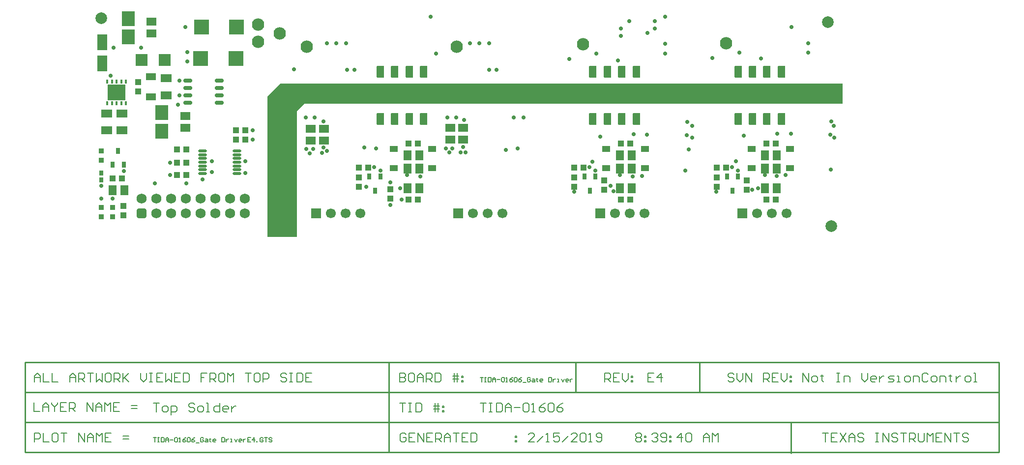
<source format=gts>
G04*
G04 #@! TF.GenerationSoftware,Altium Limited,Altium Designer,18.1.9 (240)*
G04*
G04 Layer_Color=8388736*
%FSAX25Y25*%
%MOIN*%
G70*
G01*
G75*
%ADD15C,0.00800*%
%ADD17C,0.00600*%
%ADD25C,0.01000*%
%ADD47R,0.06693X0.04724*%
G04:AMPARAMS|DCode=48|XSize=79.13mil|YSize=50mil|CornerRadius=4.04mil|HoleSize=0mil|Usage=FLASHONLY|Rotation=90.000|XOffset=0mil|YOffset=0mil|HoleType=Round|Shape=RoundedRectangle|*
%AMROUNDEDRECTD48*
21,1,0.07913,0.04192,0,0,90.0*
21,1,0.07105,0.05000,0,0,90.0*
1,1,0.00808,0.02096,0.03553*
1,1,0.00808,0.02096,-0.03553*
1,1,0.00808,-0.02096,-0.03553*
1,1,0.00808,-0.02096,0.03553*
%
%ADD48ROUNDEDRECTD48*%
%ADD49R,0.04331X0.04134*%
%ADD50R,0.04134X0.04331*%
%ADD51R,0.05394X0.06694*%
%ADD52R,0.06694X0.05394*%
%ADD53R,0.07677X0.05512*%
%ADD54R,0.10433X0.10039*%
%ADD55R,0.06693X0.10630*%
%ADD56O,0.06102X0.02756*%
%ADD57R,0.08858X0.10039*%
%ADD58O,0.01575X0.02756*%
%ADD59R,0.12205X0.10630*%
%ADD60C,0.07874*%
%ADD61O,0.05906X0.02165*%
%ADD62R,0.08268X0.08268*%
%ADD63R,0.05197X0.03996*%
G04:AMPARAMS|DCode=64|XSize=27.56mil|YSize=43.31mil|CornerRadius=7.87mil|HoleSize=0mil|Usage=FLASHONLY|Rotation=180.000|XOffset=0mil|YOffset=0mil|HoleType=Round|Shape=RoundedRectangle|*
%AMROUNDEDRECTD64*
21,1,0.02756,0.02756,0,0,180.0*
21,1,0.01181,0.04331,0,0,180.0*
1,1,0.01575,-0.00591,0.01378*
1,1,0.01575,0.00591,0.01378*
1,1,0.01575,0.00591,-0.01378*
1,1,0.01575,-0.00591,-0.01378*
%
%ADD64ROUNDEDRECTD64*%
%ADD65R,0.03543X0.03543*%
G04:AMPARAMS|DCode=66|XSize=27.56mil|YSize=43.31mil|CornerRadius=3.98mil|HoleSize=0mil|Usage=FLASHONLY|Rotation=0.000|XOffset=0mil|YOffset=0mil|HoleType=Round|Shape=RoundedRectangle|*
%AMROUNDEDRECTD66*
21,1,0.02756,0.03535,0,0,0.0*
21,1,0.01961,0.04331,0,0,0.0*
1,1,0.00795,0.00980,-0.01768*
1,1,0.00795,-0.00980,-0.01768*
1,1,0.00795,-0.00980,0.01768*
1,1,0.00795,0.00980,0.01768*
%
%ADD66ROUNDEDRECTD66*%
%ADD67R,0.02756X0.03543*%
%ADD68C,0.06890*%
G04:AMPARAMS|DCode=69|XSize=68.9mil|YSize=68.9mil|CornerRadius=18.21mil|HoleSize=0mil|Usage=FLASHONLY|Rotation=90.000|XOffset=0mil|YOffset=0mil|HoleType=Round|Shape=RoundedRectangle|*
%AMROUNDEDRECTD69*
21,1,0.06890,0.03248,0,0,90.0*
21,1,0.03248,0.06890,0,0,90.0*
1,1,0.03642,0.01624,0.01624*
1,1,0.03642,0.01624,-0.01624*
1,1,0.03642,-0.01624,-0.01624*
1,1,0.03642,-0.01624,0.01624*
%
%ADD69ROUNDEDRECTD69*%
%ADD70O,0.26000X0.03000*%
%ADD71C,0.06693*%
%ADD72R,0.06693X0.06693*%
%ADD73C,0.08394*%
%ADD74C,0.02794*%
%ADD75C,0.02362*%
G36*
X0204200Y0185900D02*
Y0259300D01*
Y0281211D01*
X0212989Y0290000D01*
X0269489Y0290000D01*
X0329789D01*
X0378489Y0290000D01*
X0594200D01*
X0594200Y0276500D01*
X0377700Y0276500D01*
X0332389Y0276500D01*
X0269289Y0276500D01*
X0229289Y0276500D01*
X0224200Y0271411D01*
Y0185900D01*
X0204200D01*
D02*
G37*
G54D15*
X0126900Y0073549D02*
X0130899D01*
X0128899D01*
Y0067551D01*
X0133898D02*
X0135897D01*
X0136897Y0068550D01*
Y0070550D01*
X0135897Y0071549D01*
X0133898D01*
X0132898Y0070550D01*
Y0068550D01*
X0133898Y0067551D01*
X0138896Y0065551D02*
Y0071549D01*
X0141895D01*
X0142895Y0070550D01*
Y0068550D01*
X0141895Y0067551D01*
X0138896D01*
X0154891Y0072549D02*
X0153891Y0073549D01*
X0151892D01*
X0150892Y0072549D01*
Y0071549D01*
X0151892Y0070550D01*
X0153891D01*
X0154891Y0069550D01*
Y0068550D01*
X0153891Y0067551D01*
X0151892D01*
X0150892Y0068550D01*
X0157890Y0067551D02*
X0159889D01*
X0160889Y0068550D01*
Y0070550D01*
X0159889Y0071549D01*
X0157890D01*
X0156890Y0070550D01*
Y0068550D01*
X0157890Y0067551D01*
X0162888D02*
X0164888D01*
X0163888D01*
Y0073549D01*
X0162888D01*
X0171885D02*
Y0067551D01*
X0168886D01*
X0167887Y0068550D01*
Y0070550D01*
X0168886Y0071549D01*
X0171885D01*
X0176884Y0067551D02*
X0174884D01*
X0173885Y0068550D01*
Y0070550D01*
X0174884Y0071549D01*
X0176884D01*
X0177884Y0070550D01*
Y0069550D01*
X0173885D01*
X0179883Y0071549D02*
Y0067551D01*
Y0069550D01*
X0180883Y0070550D01*
X0181882Y0071549D01*
X0182882D01*
X0126900Y0073549D02*
X0130899D01*
X0128899D01*
Y0067551D01*
X0133898D02*
X0135897D01*
X0136897Y0068550D01*
Y0070550D01*
X0135897Y0071549D01*
X0133898D01*
X0132898Y0070550D01*
Y0068550D01*
X0133898Y0067551D01*
X0138896Y0065551D02*
Y0071549D01*
X0141895D01*
X0142895Y0070550D01*
Y0068550D01*
X0141895Y0067551D01*
X0138896D01*
X0154891Y0072549D02*
X0153891Y0073549D01*
X0151892D01*
X0150892Y0072549D01*
Y0071549D01*
X0151892Y0070550D01*
X0153891D01*
X0154891Y0069550D01*
Y0068550D01*
X0153891Y0067551D01*
X0151892D01*
X0150892Y0068550D01*
X0157890Y0067551D02*
X0159889D01*
X0160889Y0068550D01*
Y0070550D01*
X0159889Y0071549D01*
X0157890D01*
X0156890Y0070550D01*
Y0068550D01*
X0157890Y0067551D01*
X0162888D02*
X0164888D01*
X0163888D01*
Y0073549D01*
X0162888D01*
X0171885D02*
Y0067551D01*
X0168886D01*
X0167887Y0068550D01*
Y0070550D01*
X0168886Y0071549D01*
X0171885D01*
X0176884Y0067551D02*
X0174884D01*
X0173885Y0068550D01*
Y0070550D01*
X0174884Y0071549D01*
X0176884D01*
X0177884Y0070550D01*
Y0069550D01*
X0173885D01*
X0179883Y0071549D02*
Y0067551D01*
Y0069550D01*
X0180883Y0070550D01*
X0181882Y0071549D01*
X0182882D01*
X0045850Y0073649D02*
Y0067651D01*
X0049849D01*
X0051848D02*
Y0071649D01*
X0053847Y0073649D01*
X0055847Y0071649D01*
Y0067651D01*
Y0070650D01*
X0051848D01*
X0057846Y0073649D02*
Y0072649D01*
X0059846Y0070650D01*
X0061845Y0072649D01*
Y0073649D01*
X0059846Y0070650D02*
Y0067651D01*
X0067843Y0073649D02*
X0063844D01*
Y0067651D01*
X0067843D01*
X0063844Y0070650D02*
X0065843D01*
X0069842Y0067651D02*
Y0073649D01*
X0072841D01*
X0073841Y0072649D01*
Y0070650D01*
X0072841Y0069650D01*
X0069842D01*
X0071842D02*
X0073841Y0067651D01*
X0081838D02*
Y0073649D01*
X0085837Y0067651D01*
Y0073649D01*
X0087836Y0067651D02*
Y0071649D01*
X0089836Y0073649D01*
X0091835Y0071649D01*
Y0067651D01*
Y0070650D01*
X0087836D01*
X0093835Y0067651D02*
Y0073649D01*
X0095834Y0071649D01*
X0097833Y0073649D01*
Y0067651D01*
X0103831Y0073649D02*
X0099832D01*
Y0067651D01*
X0103831D01*
X0099832Y0070650D02*
X0101832D01*
X0111829Y0069650D02*
X0115827D01*
X0111829Y0071649D02*
X0115827D01*
X0348550Y0073498D02*
X0352549D01*
X0350549D01*
Y0067500D01*
X0354548Y0073498D02*
X0356547D01*
X0355548D01*
Y0067500D01*
X0354548D01*
X0356547D01*
X0359546Y0073498D02*
Y0067500D01*
X0362545D01*
X0363545Y0068500D01*
Y0072498D01*
X0362545Y0073498D01*
X0359546D01*
X0365545Y0067500D02*
Y0071499D01*
X0367544Y0073498D01*
X0369543Y0071499D01*
Y0067500D01*
Y0070499D01*
X0365545D01*
X0371543D02*
X0375541D01*
X0377541Y0072498D02*
X0378540Y0073498D01*
X0380540D01*
X0381539Y0072498D01*
Y0068500D01*
X0380540Y0067500D01*
X0378540D01*
X0377541Y0068500D01*
Y0072498D01*
X0383539Y0067500D02*
X0385538D01*
X0384538D01*
Y0073498D01*
X0383539Y0072498D01*
X0392536Y0073498D02*
X0390536Y0072498D01*
X0388537Y0070499D01*
Y0068500D01*
X0389537Y0067500D01*
X0391536D01*
X0392536Y0068500D01*
Y0069499D01*
X0391536Y0070499D01*
X0388537D01*
X0394535Y0072498D02*
X0395535Y0073498D01*
X0397534D01*
X0398534Y0072498D01*
Y0068500D01*
X0397534Y0067500D01*
X0395535D01*
X0394535Y0068500D01*
Y0072498D01*
X0404532Y0073498D02*
X0402532Y0072498D01*
X0400533Y0070499D01*
Y0068500D01*
X0401533Y0067500D01*
X0403532D01*
X0404532Y0068500D01*
Y0069499D01*
X0403532Y0070499D01*
X0400533D01*
X0294000Y0073498D02*
X0297999D01*
X0295999D01*
Y0067500D01*
X0299998Y0073498D02*
X0301997D01*
X0300998D01*
Y0067500D01*
X0299998D01*
X0301997D01*
X0304996Y0073498D02*
Y0067500D01*
X0307996D01*
X0308995Y0068500D01*
Y0072498D01*
X0307996Y0073498D01*
X0304996D01*
X0317992Y0067500D02*
Y0073498D01*
X0319992D02*
Y0067500D01*
X0316993Y0071499D02*
X0319992D01*
X0320991D01*
X0316993Y0069499D02*
X0320991D01*
X0322991Y0071499D02*
X0323990D01*
Y0070499D01*
X0322991D01*
Y0071499D01*
Y0068500D02*
X0323990D01*
Y0067500D01*
X0322991D01*
Y0068500D01*
X0580500Y0052965D02*
X0584499D01*
X0582499D01*
Y0046966D01*
X0590497Y0052965D02*
X0586498D01*
Y0046966D01*
X0590497D01*
X0586498Y0049966D02*
X0588497D01*
X0592496Y0052965D02*
X0596495Y0046966D01*
Y0052965D02*
X0592496Y0046966D01*
X0598494D02*
Y0050965D01*
X0600493Y0052965D01*
X0602493Y0050965D01*
Y0046966D01*
Y0049966D01*
X0598494D01*
X0608491Y0051965D02*
X0607491Y0052965D01*
X0605492D01*
X0604492Y0051965D01*
Y0050965D01*
X0605492Y0049966D01*
X0607491D01*
X0608491Y0048966D01*
Y0047966D01*
X0607491Y0046966D01*
X0605492D01*
X0604492Y0047966D01*
X0616488Y0052965D02*
X0618488D01*
X0617488D01*
Y0046966D01*
X0616488D01*
X0618488D01*
X0621487D02*
Y0052965D01*
X0625486Y0046966D01*
Y0052965D01*
X0631484Y0051965D02*
X0630484Y0052965D01*
X0628484D01*
X0627485Y0051965D01*
Y0050965D01*
X0628484Y0049966D01*
X0630484D01*
X0631484Y0048966D01*
Y0047966D01*
X0630484Y0046966D01*
X0628484D01*
X0627485Y0047966D01*
X0633483Y0052965D02*
X0637482D01*
X0635482D01*
Y0046966D01*
X0639481D02*
Y0052965D01*
X0642480D01*
X0643480Y0051965D01*
Y0049966D01*
X0642480Y0048966D01*
X0639481D01*
X0641480D02*
X0643480Y0046966D01*
X0645479Y0052965D02*
Y0047966D01*
X0646479Y0046966D01*
X0648478D01*
X0649478Y0047966D01*
Y0052965D01*
X0651477Y0046966D02*
Y0052965D01*
X0653476Y0050965D01*
X0655476Y0052965D01*
Y0046966D01*
X0661474Y0052965D02*
X0657475D01*
Y0046966D01*
X0661474D01*
X0657475Y0049966D02*
X0659474D01*
X0663473Y0046966D02*
Y0052965D01*
X0667472Y0046966D01*
Y0052965D01*
X0669471D02*
X0673470D01*
X0671471D01*
Y0046966D01*
X0679468Y0051965D02*
X0678468Y0052965D01*
X0676469D01*
X0675469Y0051965D01*
Y0050965D01*
X0676469Y0049966D01*
X0678468D01*
X0679468Y0048966D01*
Y0047966D01*
X0678468Y0046966D01*
X0676469D01*
X0675469Y0047966D01*
X0454050Y0051965D02*
X0455050Y0052965D01*
X0457049D01*
X0458049Y0051965D01*
Y0050965D01*
X0457049Y0049966D01*
X0458049Y0048966D01*
Y0047966D01*
X0457049Y0046966D01*
X0455050D01*
X0454050Y0047966D01*
Y0048966D01*
X0455050Y0049966D01*
X0454050Y0050965D01*
Y0051965D01*
X0455050Y0049966D02*
X0457049D01*
X0460048Y0050965D02*
X0461048D01*
Y0049966D01*
X0460048D01*
Y0050965D01*
Y0047966D02*
X0461048D01*
Y0046966D01*
X0460048D01*
Y0047966D01*
X0465046Y0051965D02*
X0466046Y0052965D01*
X0468046D01*
X0469045Y0051965D01*
Y0050965D01*
X0468046Y0049966D01*
X0467046D01*
X0468046D01*
X0469045Y0048966D01*
Y0047966D01*
X0468046Y0046966D01*
X0466046D01*
X0465046Y0047966D01*
X0471044D02*
X0472044Y0046966D01*
X0474044D01*
X0475043Y0047966D01*
Y0051965D01*
X0474044Y0052965D01*
X0472044D01*
X0471044Y0051965D01*
Y0050965D01*
X0472044Y0049966D01*
X0475043D01*
X0477043Y0050965D02*
X0478042D01*
Y0049966D01*
X0477043D01*
Y0050965D01*
Y0047966D02*
X0478042D01*
Y0046966D01*
X0477043D01*
Y0047966D01*
X0485040Y0046966D02*
Y0052965D01*
X0482041Y0049966D01*
X0486040D01*
X0488039Y0051965D02*
X0489039Y0052965D01*
X0491038D01*
X0492038Y0051965D01*
Y0047966D01*
X0491038Y0046966D01*
X0489039D01*
X0488039Y0047966D01*
Y0051965D01*
X0500035Y0046966D02*
Y0050965D01*
X0502035Y0052965D01*
X0504034Y0050965D01*
Y0046966D01*
Y0049966D01*
X0500035D01*
X0506033Y0046966D02*
Y0052965D01*
X0508033Y0050965D01*
X0510032Y0052965D01*
Y0046966D01*
X0046350D02*
Y0052965D01*
X0049349D01*
X0050349Y0051965D01*
Y0049966D01*
X0049349Y0048966D01*
X0046350D01*
X0052348Y0052965D02*
Y0046966D01*
X0056347D01*
X0061345Y0052965D02*
X0059346D01*
X0058346Y0051965D01*
Y0047966D01*
X0059346Y0046966D01*
X0061345D01*
X0062345Y0047966D01*
Y0051965D01*
X0061345Y0052965D01*
X0064344D02*
X0068343D01*
X0066343D01*
Y0046966D01*
X0076340D02*
Y0052965D01*
X0080339Y0046966D01*
Y0052965D01*
X0082338Y0046966D02*
Y0050965D01*
X0084338Y0052965D01*
X0086337Y0050965D01*
Y0046966D01*
Y0049966D01*
X0082338D01*
X0088336Y0046966D02*
Y0052965D01*
X0090336Y0050965D01*
X0092335Y0052965D01*
Y0046966D01*
X0098333Y0052965D02*
X0094335D01*
Y0046966D01*
X0098333D01*
X0094335Y0049966D02*
X0096334D01*
X0106331Y0048966D02*
X0110329D01*
X0106331Y0050965D02*
X0110329D01*
X0294000Y0093831D02*
Y0087833D01*
X0296999D01*
X0297999Y0088833D01*
Y0089833D01*
X0296999Y0090832D01*
X0294000D01*
X0296999D01*
X0297999Y0091832D01*
Y0092832D01*
X0296999Y0093831D01*
X0294000D01*
X0302997D02*
X0300998D01*
X0299998Y0092832D01*
Y0088833D01*
X0300998Y0087833D01*
X0302997D01*
X0303997Y0088833D01*
Y0092832D01*
X0302997Y0093831D01*
X0305996Y0087833D02*
Y0091832D01*
X0307996Y0093831D01*
X0309995Y0091832D01*
Y0087833D01*
Y0090832D01*
X0305996D01*
X0311994Y0087833D02*
Y0093831D01*
X0314993D01*
X0315993Y0092832D01*
Y0090832D01*
X0314993Y0089833D01*
X0311994D01*
X0313994D02*
X0315993Y0087833D01*
X0317992Y0093831D02*
Y0087833D01*
X0320991D01*
X0321991Y0088833D01*
Y0092832D01*
X0320991Y0093831D01*
X0317992D01*
X0330988Y0087833D02*
Y0093831D01*
X0332987D02*
Y0087833D01*
X0329988Y0091832D02*
X0332987D01*
X0333987D01*
X0329988Y0089833D02*
X0333987D01*
X0335986Y0091832D02*
X0336986D01*
Y0090832D01*
X0335986D01*
Y0091832D01*
Y0088833D02*
X0336986D01*
Y0087833D01*
X0335986D01*
Y0088833D01*
X0466149Y0093831D02*
X0462150D01*
Y0087833D01*
X0466149D01*
X0462150Y0090832D02*
X0464149D01*
X0471147Y0087833D02*
Y0093831D01*
X0468148Y0090832D01*
X0472147D01*
X0046350Y0087833D02*
Y0091832D01*
X0048349Y0093831D01*
X0050349Y0091832D01*
Y0087833D01*
Y0090832D01*
X0046350D01*
X0052348Y0093831D02*
Y0087833D01*
X0056347D01*
X0058346Y0093831D02*
Y0087833D01*
X0062345D01*
X0070342D02*
Y0091832D01*
X0072342Y0093831D01*
X0074341Y0091832D01*
Y0087833D01*
Y0090832D01*
X0070342D01*
X0076340Y0087833D02*
Y0093831D01*
X0079339D01*
X0080339Y0092832D01*
Y0090832D01*
X0079339Y0089833D01*
X0076340D01*
X0078340D02*
X0080339Y0087833D01*
X0082338Y0093831D02*
X0086337D01*
X0084338D01*
Y0087833D01*
X0088336Y0093831D02*
Y0087833D01*
X0090336Y0089833D01*
X0092335Y0087833D01*
Y0093831D01*
X0097334D02*
X0095334D01*
X0094335Y0092832D01*
Y0088833D01*
X0095334Y0087833D01*
X0097334D01*
X0098333Y0088833D01*
Y0092832D01*
X0097334Y0093831D01*
X0100332Y0087833D02*
Y0093831D01*
X0103332D01*
X0104331Y0092832D01*
Y0090832D01*
X0103332Y0089833D01*
X0100332D01*
X0102332D02*
X0104331Y0087833D01*
X0106331Y0093831D02*
Y0087833D01*
Y0089833D01*
X0110329Y0093831D01*
X0107330Y0090832D01*
X0110329Y0087833D01*
X0118327Y0093831D02*
Y0089833D01*
X0120326Y0087833D01*
X0122325Y0089833D01*
Y0093831D01*
X0124325D02*
X0126324D01*
X0125324D01*
Y0087833D01*
X0124325D01*
X0126324D01*
X0133322Y0093831D02*
X0129323D01*
Y0087833D01*
X0133322D01*
X0129323Y0090832D02*
X0131323D01*
X0135321Y0093831D02*
Y0087833D01*
X0137321Y0089833D01*
X0139320Y0087833D01*
Y0093831D01*
X0145318D02*
X0141319D01*
Y0087833D01*
X0145318D01*
X0141319Y0090832D02*
X0143319D01*
X0147317Y0093831D02*
Y0087833D01*
X0150316D01*
X0151316Y0088833D01*
Y0092832D01*
X0150316Y0093831D01*
X0147317D01*
X0163312D02*
X0159313D01*
Y0090832D01*
X0161313D01*
X0159313D01*
Y0087833D01*
X0165312D02*
Y0093831D01*
X0168310D01*
X0169310Y0092832D01*
Y0090832D01*
X0168310Y0089833D01*
X0165312D01*
X0167311D02*
X0169310Y0087833D01*
X0174309Y0093831D02*
X0172309D01*
X0171310Y0092832D01*
Y0088833D01*
X0172309Y0087833D01*
X0174309D01*
X0175308Y0088833D01*
Y0092832D01*
X0174309Y0093831D01*
X0177308Y0087833D02*
Y0093831D01*
X0179307Y0091832D01*
X0181306Y0093831D01*
Y0087833D01*
X0189304Y0093831D02*
X0193303D01*
X0191303D01*
Y0087833D01*
X0198301Y0093831D02*
X0196301D01*
X0195302Y0092832D01*
Y0088833D01*
X0196301Y0087833D01*
X0198301D01*
X0199301Y0088833D01*
Y0092832D01*
X0198301Y0093831D01*
X0201300Y0087833D02*
Y0093831D01*
X0204299D01*
X0205299Y0092832D01*
Y0090832D01*
X0204299Y0089833D01*
X0201300D01*
X0217295Y0092832D02*
X0216295Y0093831D01*
X0214296D01*
X0213296Y0092832D01*
Y0091832D01*
X0214296Y0090832D01*
X0216295D01*
X0217295Y0089833D01*
Y0088833D01*
X0216295Y0087833D01*
X0214296D01*
X0213296Y0088833D01*
X0219294Y0093831D02*
X0221293D01*
X0220294D01*
Y0087833D01*
X0219294D01*
X0221293D01*
X0224292Y0093831D02*
Y0087833D01*
X0227291D01*
X0228291Y0088833D01*
Y0092832D01*
X0227291Y0093831D01*
X0224292D01*
X0234289D02*
X0230291D01*
Y0087833D01*
X0234289D01*
X0230291Y0090832D02*
X0232290D01*
X0298199Y0051965D02*
X0297199Y0052965D01*
X0295200D01*
X0294200Y0051965D01*
Y0047966D01*
X0295200Y0046966D01*
X0297199D01*
X0298199Y0047966D01*
Y0049966D01*
X0296199D01*
X0304197Y0052965D02*
X0300198D01*
Y0046966D01*
X0304197D01*
X0300198Y0049966D02*
X0302197D01*
X0306196Y0046966D02*
Y0052965D01*
X0310195Y0046966D01*
Y0052965D01*
X0316193D02*
X0312194D01*
Y0046966D01*
X0316193D01*
X0312194Y0049966D02*
X0314194D01*
X0318192Y0046966D02*
Y0052965D01*
X0321191D01*
X0322191Y0051965D01*
Y0049966D01*
X0321191Y0048966D01*
X0318192D01*
X0320192D02*
X0322191Y0046966D01*
X0324190D02*
Y0050965D01*
X0326190Y0052965D01*
X0328189Y0050965D01*
Y0046966D01*
Y0049966D01*
X0324190D01*
X0330188Y0052965D02*
X0334187D01*
X0332188D01*
Y0046966D01*
X0340185Y0052965D02*
X0336186D01*
Y0046966D01*
X0340185D01*
X0336186Y0049966D02*
X0338186D01*
X0342184Y0052965D02*
Y0046966D01*
X0345183D01*
X0346183Y0047966D01*
Y0051965D01*
X0345183Y0052965D01*
X0342184D01*
X0372175Y0050965D02*
X0373175D01*
Y0049966D01*
X0372175D01*
Y0050965D01*
Y0047966D02*
X0373175D01*
Y0046966D01*
X0372175D01*
Y0047966D01*
X0385149Y0046966D02*
X0381150D01*
X0385149Y0050965D01*
Y0051965D01*
X0384149Y0052965D01*
X0382150D01*
X0381150Y0051965D01*
X0387148Y0046966D02*
X0391147Y0050965D01*
X0393146Y0046966D02*
X0395146D01*
X0394146D01*
Y0052965D01*
X0393146Y0051965D01*
X0402143Y0052965D02*
X0398145D01*
Y0049966D01*
X0400144Y0050965D01*
X0401144D01*
X0402143Y0049966D01*
Y0047966D01*
X0401144Y0046966D01*
X0399144D01*
X0398145Y0047966D01*
X0404143Y0046966D02*
X0408141Y0050965D01*
X0414139Y0046966D02*
X0410141D01*
X0414139Y0050965D01*
Y0051965D01*
X0413140Y0052965D01*
X0411140D01*
X0410141Y0051965D01*
X0416139D02*
X0417138Y0052965D01*
X0419138D01*
X0420137Y0051965D01*
Y0047966D01*
X0419138Y0046966D01*
X0417138D01*
X0416139Y0047966D01*
Y0051965D01*
X0422137Y0046966D02*
X0424136D01*
X0423136D01*
Y0052965D01*
X0422137Y0051965D01*
X0427135Y0047966D02*
X0428135Y0046966D01*
X0430134D01*
X0431134Y0047966D01*
Y0051965D01*
X0430134Y0052965D01*
X0428135D01*
X0427135Y0051965D01*
Y0050965D01*
X0428135Y0049966D01*
X0431134D01*
X0433000Y0087833D02*
Y0093831D01*
X0435999D01*
X0436999Y0092832D01*
Y0090832D01*
X0435999Y0089833D01*
X0433000D01*
X0434999D02*
X0436999Y0087833D01*
X0442997Y0093831D02*
X0438998D01*
Y0087833D01*
X0442997D01*
X0438998Y0090832D02*
X0440997D01*
X0444996Y0093831D02*
Y0089833D01*
X0446995Y0087833D01*
X0448995Y0089833D01*
Y0093831D01*
X0450994Y0091832D02*
X0451994D01*
Y0090832D01*
X0450994D01*
Y0091832D01*
Y0088833D02*
X0451994D01*
Y0087833D01*
X0450994D01*
Y0088833D01*
X0520799Y0092832D02*
X0519799Y0093831D01*
X0517800D01*
X0516800Y0092832D01*
Y0091832D01*
X0517800Y0090832D01*
X0519799D01*
X0520799Y0089833D01*
Y0088833D01*
X0519799Y0087833D01*
X0517800D01*
X0516800Y0088833D01*
X0522798Y0093831D02*
Y0089833D01*
X0524797Y0087833D01*
X0526797Y0089833D01*
Y0093831D01*
X0528796Y0087833D02*
Y0093831D01*
X0532795Y0087833D01*
Y0093831D01*
X0540792Y0087833D02*
Y0093831D01*
X0543791D01*
X0544791Y0092832D01*
Y0090832D01*
X0543791Y0089833D01*
X0540792D01*
X0542792D02*
X0544791Y0087833D01*
X0550789Y0093831D02*
X0546790D01*
Y0087833D01*
X0550789D01*
X0546790Y0090832D02*
X0548790D01*
X0552788Y0093831D02*
Y0089833D01*
X0554788Y0087833D01*
X0556787Y0089833D01*
Y0093831D01*
X0558786Y0091832D02*
X0559786D01*
Y0090832D01*
X0558786D01*
Y0091832D01*
Y0088833D02*
X0559786D01*
Y0087833D01*
X0558786D01*
Y0088833D01*
X0567400Y0087833D02*
Y0093831D01*
X0571399Y0087833D01*
Y0093831D01*
X0574398Y0087833D02*
X0576397D01*
X0577397Y0088833D01*
Y0090832D01*
X0576397Y0091832D01*
X0574398D01*
X0573398Y0090832D01*
Y0088833D01*
X0574398Y0087833D01*
X0580396Y0092832D02*
Y0091832D01*
X0579396D01*
X0581395D01*
X0580396D01*
Y0088833D01*
X0581395Y0087833D01*
X0590393Y0093831D02*
X0592392D01*
X0591392D01*
Y0087833D01*
X0590393D01*
X0592392D01*
X0595391D02*
Y0091832D01*
X0598390D01*
X0599390Y0090832D01*
Y0087833D01*
X0607387Y0093831D02*
Y0089833D01*
X0609386Y0087833D01*
X0611386Y0089833D01*
Y0093831D01*
X0616384Y0087833D02*
X0614385D01*
X0613385Y0088833D01*
Y0090832D01*
X0614385Y0091832D01*
X0616384D01*
X0617384Y0090832D01*
Y0089833D01*
X0613385D01*
X0619383Y0091832D02*
Y0087833D01*
Y0089833D01*
X0620383Y0090832D01*
X0621383Y0091832D01*
X0622382D01*
X0625381Y0087833D02*
X0628380D01*
X0629380Y0088833D01*
X0628380Y0089833D01*
X0626381D01*
X0625381Y0090832D01*
X0626381Y0091832D01*
X0629380D01*
X0631379Y0087833D02*
X0633379D01*
X0632379D01*
Y0091832D01*
X0631379D01*
X0637377Y0087833D02*
X0639377D01*
X0640376Y0088833D01*
Y0090832D01*
X0639377Y0091832D01*
X0637377D01*
X0636378Y0090832D01*
Y0088833D01*
X0637377Y0087833D01*
X0642376D02*
Y0091832D01*
X0645375D01*
X0646374Y0090832D01*
Y0087833D01*
X0652373Y0092832D02*
X0651373Y0093831D01*
X0649373D01*
X0648374Y0092832D01*
Y0088833D01*
X0649373Y0087833D01*
X0651373D01*
X0652373Y0088833D01*
X0655372Y0087833D02*
X0657371D01*
X0658371Y0088833D01*
Y0090832D01*
X0657371Y0091832D01*
X0655372D01*
X0654372Y0090832D01*
Y0088833D01*
X0655372Y0087833D01*
X0660370D02*
Y0091832D01*
X0663369D01*
X0664369Y0090832D01*
Y0087833D01*
X0667368Y0092832D02*
Y0091832D01*
X0666368D01*
X0668367D01*
X0667368D01*
Y0088833D01*
X0668367Y0087833D01*
X0671366Y0091832D02*
Y0087833D01*
Y0089833D01*
X0672366Y0090832D01*
X0673366Y0091832D01*
X0674365D01*
X0678364Y0087833D02*
X0680364D01*
X0681363Y0088833D01*
Y0090832D01*
X0680364Y0091832D01*
X0678364D01*
X0677364Y0090832D01*
Y0088833D01*
X0678364Y0087833D01*
X0683362D02*
X0685362D01*
X0684362D01*
Y0093831D01*
X0683362D01*
G54D17*
X0348550Y0090832D02*
X0350549D01*
X0349550D01*
Y0087833D01*
X0351549Y0090832D02*
X0352549D01*
X0352049D01*
Y0087833D01*
X0351549D01*
X0352549D01*
X0354048Y0090832D02*
Y0087833D01*
X0355548D01*
X0356048Y0088333D01*
Y0090333D01*
X0355548Y0090832D01*
X0354048D01*
X0357047Y0087833D02*
Y0089833D01*
X0358047Y0090832D01*
X0359047Y0089833D01*
Y0087833D01*
Y0089333D01*
X0357047D01*
X0360046D02*
X0362046D01*
X0363045Y0090333D02*
X0363545Y0090832D01*
X0364545D01*
X0365045Y0090333D01*
Y0088333D01*
X0364545Y0087833D01*
X0363545D01*
X0363045Y0088333D01*
Y0090333D01*
X0366044Y0087833D02*
X0367044D01*
X0366544D01*
Y0090832D01*
X0366044Y0090333D01*
X0370543Y0090832D02*
X0369543Y0090333D01*
X0368544Y0089333D01*
Y0088333D01*
X0369043Y0087833D01*
X0370043D01*
X0370543Y0088333D01*
Y0088833D01*
X0370043Y0089333D01*
X0368544D01*
X0371543Y0090333D02*
X0372042Y0090832D01*
X0373042D01*
X0373542Y0090333D01*
Y0088333D01*
X0373042Y0087833D01*
X0372042D01*
X0371543Y0088333D01*
Y0090333D01*
X0376541Y0090832D02*
X0375541Y0090333D01*
X0374542Y0089333D01*
Y0088333D01*
X0375041Y0087833D01*
X0376041D01*
X0376541Y0088333D01*
Y0088833D01*
X0376041Y0089333D01*
X0374542D01*
X0377541Y0087334D02*
X0379540D01*
X0382539Y0090333D02*
X0382039Y0090832D01*
X0381040D01*
X0380540Y0090333D01*
Y0088333D01*
X0381040Y0087833D01*
X0382039D01*
X0382539Y0088333D01*
Y0089333D01*
X0381539D01*
X0384038Y0089833D02*
X0385038D01*
X0385538Y0089333D01*
Y0087833D01*
X0384038D01*
X0383539Y0088333D01*
X0384038Y0088833D01*
X0385538D01*
X0387038Y0090333D02*
Y0089833D01*
X0386538D01*
X0387537D01*
X0387038D01*
Y0088333D01*
X0387537Y0087833D01*
X0390536D02*
X0389537D01*
X0389037Y0088333D01*
Y0089333D01*
X0389537Y0089833D01*
X0390536D01*
X0391036Y0089333D01*
Y0088833D01*
X0389037D01*
X0395035Y0090832D02*
Y0087833D01*
X0396534D01*
X0397034Y0088333D01*
Y0090333D01*
X0396534Y0090832D01*
X0395035D01*
X0398034Y0089833D02*
Y0087833D01*
Y0088833D01*
X0398534Y0089333D01*
X0399034Y0089833D01*
X0399534D01*
X0401033Y0087833D02*
X0402033D01*
X0401533D01*
Y0089833D01*
X0401033D01*
X0403532D02*
X0404532Y0087833D01*
X0405532Y0089833D01*
X0408031Y0087833D02*
X0407031D01*
X0406531Y0088333D01*
Y0089333D01*
X0407031Y0089833D01*
X0408031D01*
X0408531Y0089333D01*
Y0088833D01*
X0406531D01*
X0409530Y0089833D02*
Y0087833D01*
Y0088833D01*
X0410030Y0089333D01*
X0410530Y0089833D01*
X0411030D01*
X0126900Y0049966D02*
X0128899D01*
X0127900D01*
Y0046966D01*
X0129899Y0049966D02*
X0130899D01*
X0130399D01*
Y0046966D01*
X0129899D01*
X0130899D01*
X0132398Y0049966D02*
Y0046966D01*
X0133898D01*
X0134398Y0047466D01*
Y0049466D01*
X0133898Y0049966D01*
X0132398D01*
X0135397Y0046966D02*
Y0048966D01*
X0136397Y0049966D01*
X0137397Y0048966D01*
Y0046966D01*
Y0048466D01*
X0135397D01*
X0138396D02*
X0140396D01*
X0141395Y0049466D02*
X0141895Y0049966D01*
X0142895D01*
X0143395Y0049466D01*
Y0047466D01*
X0142895Y0046966D01*
X0141895D01*
X0141395Y0047466D01*
Y0049466D01*
X0144394Y0046966D02*
X0145394D01*
X0144894D01*
Y0049966D01*
X0144394Y0049466D01*
X0148893Y0049966D02*
X0147893Y0049466D01*
X0146894Y0048466D01*
Y0047466D01*
X0147393Y0046966D01*
X0148393D01*
X0148893Y0047466D01*
Y0047966D01*
X0148393Y0048466D01*
X0146894D01*
X0149893Y0049466D02*
X0150392Y0049966D01*
X0151392D01*
X0151892Y0049466D01*
Y0047466D01*
X0151392Y0046966D01*
X0150392D01*
X0149893Y0047466D01*
Y0049466D01*
X0154891Y0049966D02*
X0153891Y0049466D01*
X0152892Y0048466D01*
Y0047466D01*
X0153391Y0046966D01*
X0154391D01*
X0154891Y0047466D01*
Y0047966D01*
X0154391Y0048466D01*
X0152892D01*
X0155891Y0046467D02*
X0157890D01*
X0160889Y0049466D02*
X0160389Y0049966D01*
X0159389D01*
X0158890Y0049466D01*
Y0047466D01*
X0159389Y0046966D01*
X0160389D01*
X0160889Y0047466D01*
Y0048466D01*
X0159889D01*
X0162389Y0048966D02*
X0163388D01*
X0163888Y0048466D01*
Y0046966D01*
X0162389D01*
X0161889Y0047466D01*
X0162389Y0047966D01*
X0163888D01*
X0165388Y0049466D02*
Y0048966D01*
X0164888D01*
X0165887D01*
X0165388D01*
Y0047466D01*
X0165887Y0046966D01*
X0168886D02*
X0167887D01*
X0167387Y0047466D01*
Y0048466D01*
X0167887Y0048966D01*
X0168886D01*
X0169386Y0048466D01*
Y0047966D01*
X0167387D01*
X0173385Y0049966D02*
Y0046966D01*
X0174884D01*
X0175384Y0047466D01*
Y0049466D01*
X0174884Y0049966D01*
X0173385D01*
X0176384Y0048966D02*
Y0046966D01*
Y0047966D01*
X0176884Y0048466D01*
X0177384Y0048966D01*
X0177884D01*
X0179383Y0046966D02*
X0180383D01*
X0179883D01*
Y0048966D01*
X0179383D01*
X0181882D02*
X0182882Y0046966D01*
X0183882Y0048966D01*
X0186381Y0046966D02*
X0185381D01*
X0184881Y0047466D01*
Y0048466D01*
X0185381Y0048966D01*
X0186381D01*
X0186881Y0048466D01*
Y0047966D01*
X0184881D01*
X0187880Y0048966D02*
Y0046966D01*
Y0047966D01*
X0188380Y0048466D01*
X0188880Y0048966D01*
X0189380D01*
X0192879Y0049966D02*
X0190879D01*
Y0046966D01*
X0192879D01*
X0190879Y0048466D02*
X0191879D01*
X0195378Y0046966D02*
Y0049966D01*
X0193878Y0048466D01*
X0195878D01*
X0196877Y0046966D02*
Y0047466D01*
X0197377D01*
Y0046966D01*
X0196877D01*
X0201376Y0049466D02*
X0200876Y0049966D01*
X0199876D01*
X0199376Y0049466D01*
Y0047466D01*
X0199876Y0046966D01*
X0200876D01*
X0201376Y0047466D01*
Y0048466D01*
X0200376D01*
X0202376Y0049966D02*
X0204375D01*
X0203375D01*
Y0046966D01*
X0207374Y0049466D02*
X0206874Y0049966D01*
X0205874D01*
X0205375Y0049466D01*
Y0048966D01*
X0205874Y0048466D01*
X0206874D01*
X0207374Y0047966D01*
Y0047466D01*
X0206874Y0046966D01*
X0205874D01*
X0205375Y0047466D01*
G54D25*
X0559400Y0039400D02*
Y0059683D01*
X0440500Y0040050D02*
X0700200D01*
Y0101050D01*
X0286500Y0040050D02*
Y0101050D01*
X0040000Y0040050D02*
Y0101050D01*
X0040050Y0040050D02*
X0197600D01*
X0040050D02*
Y0101050D01*
Y0101050D02*
X0700200D01*
X0040000Y0040050D02*
X0440500D01*
X0040000Y0060383D02*
X0700000D01*
X0040000Y0080717D02*
X0700200D01*
X0413200D02*
Y0101050D01*
X0497200Y0080717D02*
Y0101050D01*
G54D47*
X0125200Y0294593D02*
D03*
Y0281207D02*
D03*
G54D48*
X0310398Y0297944D02*
D03*
X0300595D02*
D03*
X0290792D02*
D03*
X0280989Y0265936D02*
D03*
Y0297944D02*
D03*
X0290792Y0265936D02*
D03*
X0300595D02*
D03*
X0310398D02*
D03*
X0454498Y0297944D02*
D03*
X0444695D02*
D03*
X0434892D02*
D03*
X0425089Y0265936D02*
D03*
Y0297944D02*
D03*
X0434892Y0265936D02*
D03*
X0444695D02*
D03*
X0454498D02*
D03*
X0552898Y0297944D02*
D03*
X0543095D02*
D03*
X0533292D02*
D03*
X0523489Y0265936D02*
D03*
Y0297944D02*
D03*
X0533292Y0265936D02*
D03*
X0543095D02*
D03*
X0552898D02*
D03*
G54D49*
X0542550Y0211400D02*
D03*
X0548850D02*
D03*
X0542539Y0249500D02*
D03*
X0548839D02*
D03*
X0444050Y0211400D02*
D03*
X0450350D02*
D03*
X0444050Y0249500D02*
D03*
X0450350D02*
D03*
X0300050Y0211400D02*
D03*
X0306350D02*
D03*
X0300050Y0249500D02*
D03*
X0306350D02*
D03*
X0189350Y0251900D02*
D03*
X0183050D02*
D03*
X0515239Y0233200D02*
D03*
X0508939D02*
D03*
X0418539D02*
D03*
X0412239D02*
D03*
X0272739D02*
D03*
X0266439D02*
D03*
X0183050Y0258400D02*
D03*
X0189350D02*
D03*
X0149350Y0245400D02*
D03*
X0143050D02*
D03*
X0149350Y0236400D02*
D03*
X0143050D02*
D03*
X0143050Y0227900D02*
D03*
X0149350D02*
D03*
X0099450Y0225662D02*
D03*
X0105750D02*
D03*
G54D50*
X0529389Y0218050D02*
D03*
Y0224350D02*
D03*
X0432689Y0218050D02*
D03*
Y0224350D02*
D03*
X0287689Y0218250D02*
D03*
Y0211950D02*
D03*
X0116700Y0284695D02*
D03*
Y0290995D02*
D03*
X0508889Y0226350D02*
D03*
Y0220050D02*
D03*
X0412189Y0226350D02*
D03*
Y0220050D02*
D03*
X0266289Y0226350D02*
D03*
Y0220050D02*
D03*
X0106700Y0207050D02*
D03*
Y0200750D02*
D03*
G54D51*
X0549600Y0232500D02*
D03*
X0541600D02*
D03*
X0549600Y0241500D02*
D03*
X0541600D02*
D03*
X0451200D02*
D03*
X0443200D02*
D03*
X0451200Y0232500D02*
D03*
X0443200D02*
D03*
X0307200Y0241500D02*
D03*
X0299200D02*
D03*
X0307200Y0232500D02*
D03*
X0299200D02*
D03*
X0541689Y0219000D02*
D03*
X0549689D02*
D03*
X0443200D02*
D03*
X0451200D02*
D03*
X0299200D02*
D03*
X0307200D02*
D03*
X0099289Y0217600D02*
D03*
X0107289D02*
D03*
G54D52*
X0233589Y0251400D02*
D03*
Y0259400D02*
D03*
X0125589Y0324100D02*
D03*
Y0332100D02*
D03*
X0328189Y0252000D02*
D03*
Y0260000D02*
D03*
X0148500Y0260045D02*
D03*
Y0268045D02*
D03*
X0242789Y0251500D02*
D03*
Y0259500D02*
D03*
X0336989Y0252000D02*
D03*
Y0260000D02*
D03*
G54D53*
X0135700Y0293609D02*
D03*
Y0282191D02*
D03*
X0095289Y0269709D02*
D03*
Y0258291D02*
D03*
X0105489Y0269709D02*
D03*
Y0258291D02*
D03*
G54D54*
X0182909Y0306900D02*
D03*
X0159091D02*
D03*
X0159591Y0328400D02*
D03*
X0183409D02*
D03*
G54D55*
X0092300Y0303776D02*
D03*
Y0317950D02*
D03*
G54D56*
X0171728Y0276900D02*
D03*
Y0281900D02*
D03*
Y0286900D02*
D03*
Y0291900D02*
D03*
X0150272Y0276900D02*
D03*
Y0281900D02*
D03*
Y0286900D02*
D03*
Y0291900D02*
D03*
G54D57*
X0109889Y0321799D02*
D03*
Y0334201D02*
D03*
X0132500Y0257844D02*
D03*
Y0270246D02*
D03*
G54D58*
X0095701Y0291525D02*
D03*
X0108299Y0276565D02*
D03*
X0105150D02*
D03*
X0102000D02*
D03*
X0098850D02*
D03*
X0095701D02*
D03*
X0098850Y0291525D02*
D03*
X0102000D02*
D03*
X0105150D02*
D03*
X0108299D02*
D03*
G54D59*
X0102000Y0284045D02*
D03*
G54D60*
X0584300Y0331800D02*
D03*
X0091489Y0334300D02*
D03*
X0586700Y0193400D02*
D03*
G54D61*
X0183475Y0229081D02*
D03*
Y0231641D02*
D03*
Y0234200D02*
D03*
Y0236759D02*
D03*
Y0239318D02*
D03*
Y0241877D02*
D03*
Y0244436D02*
D03*
X0160247Y0229081D02*
D03*
Y0231641D02*
D03*
Y0234200D02*
D03*
Y0236759D02*
D03*
Y0239318D02*
D03*
Y0241877D02*
D03*
Y0244436D02*
D03*
G54D62*
X0134663Y0306200D02*
D03*
X0118915D02*
D03*
G54D63*
X0558589Y0245647D02*
D03*
Y0232753D02*
D03*
X0460189Y0245647D02*
D03*
Y0232753D02*
D03*
X0434089Y0245647D02*
D03*
Y0232753D02*
D03*
X0532489Y0245647D02*
D03*
Y0232753D02*
D03*
X0316089Y0245647D02*
D03*
Y0232753D02*
D03*
X0289989Y0245647D02*
D03*
Y0232753D02*
D03*
G54D64*
X0099360Y0234938D02*
D03*
X0106840D02*
D03*
X0103100Y0244387D02*
D03*
G54D65*
X0099200Y0199750D02*
D03*
Y0206050D02*
D03*
X0091500Y0199750D02*
D03*
Y0206050D02*
D03*
X0091600Y0238013D02*
D03*
Y0244312D02*
D03*
G54D66*
X0523429Y0226924D02*
D03*
X0515949D02*
D03*
X0519689Y0217476D02*
D03*
X0426729Y0226924D02*
D03*
X0419249D02*
D03*
X0422989Y0217476D02*
D03*
X0280929Y0226924D02*
D03*
X0273449D02*
D03*
X0277189Y0217476D02*
D03*
G54D67*
X0091600Y0224800D02*
D03*
Y0229524D02*
D03*
G54D68*
X0189121Y0211900D02*
D03*
X0179121D02*
D03*
X0169121D02*
D03*
X0159121D02*
D03*
X0149121D02*
D03*
X0139121D02*
D03*
X0129121D02*
D03*
X0119121D02*
D03*
X0189121Y0201900D02*
D03*
X0179121D02*
D03*
X0169121D02*
D03*
X0159121D02*
D03*
X0149121D02*
D03*
X0139121D02*
D03*
X0129121D02*
D03*
G54D69*
X0119121D02*
D03*
G54D70*
X0255689Y0283500D02*
D03*
X0351789D02*
D03*
G54D71*
X0556444Y0201900D02*
D03*
X0546444D02*
D03*
X0536444D02*
D03*
X0460066D02*
D03*
X0450066D02*
D03*
X0440066D02*
D03*
X0363688D02*
D03*
X0353688D02*
D03*
X0343688D02*
D03*
X0267310D02*
D03*
X0257310D02*
D03*
X0247310D02*
D03*
G54D72*
X0526444D02*
D03*
X0430066D02*
D03*
X0333688D02*
D03*
X0237310D02*
D03*
G54D73*
X0332689Y0315000D02*
D03*
X0230989D02*
D03*
X0198089Y0318500D02*
D03*
X0197889Y0330000D02*
D03*
X0212789Y0323900D02*
D03*
X0418189Y0316800D02*
D03*
X0515194Y0317434D02*
D03*
G54D74*
X0436900Y0220611D02*
D03*
X0438889Y0217000D02*
D03*
X0287689Y0223100D02*
D03*
Y0207800D02*
D03*
X0099989Y0314300D02*
D03*
X0118689D02*
D03*
X0412139Y0216650D02*
D03*
X0508789Y0216600D02*
D03*
X0144789Y0291900D02*
D03*
X0150000Y0304900D02*
D03*
Y0311400D02*
D03*
X0143589Y0275700D02*
D03*
X0127989Y0222250D02*
D03*
X0097989Y0295400D02*
D03*
X0230197Y0266940D02*
D03*
X0236197D02*
D03*
X0242289Y0264400D02*
D03*
X0371442Y0266995D02*
D03*
X0377942D02*
D03*
X0466997Y0327440D02*
D03*
X0443997D02*
D03*
X0461997Y0324440D02*
D03*
X0427429Y0310440D02*
D03*
X0474085D02*
D03*
X0474085Y0316934D02*
D03*
X0365942Y0245090D02*
D03*
X0373997Y0245940D02*
D03*
X0277897D02*
D03*
X0269952Y0246791D02*
D03*
X0242252Y0246791D02*
D03*
X0251052Y0317385D02*
D03*
X0257552D02*
D03*
X0244552Y0317385D02*
D03*
X0258452Y0299385D02*
D03*
X0263452D02*
D03*
X0359552D02*
D03*
X0354552D02*
D03*
X0341552Y0317385D02*
D03*
X0354552Y0317385D02*
D03*
X0348052D02*
D03*
X0559508Y0328440D02*
D03*
X0571008Y0317434D02*
D03*
X0571008Y0310940D02*
D03*
X0490130Y0245440D02*
D03*
X0489130Y0263940D02*
D03*
X0492189Y0261300D02*
D03*
X0488630Y0254940D02*
D03*
X0492189Y0253300D02*
D03*
X0586553Y0264395D02*
D03*
X0588389Y0261400D02*
D03*
X0586008Y0255440D02*
D03*
X0588689Y0253300D02*
D03*
X0148500Y0328400D02*
D03*
X0194200Y0251900D02*
D03*
X0194200Y0258400D02*
D03*
X0160247Y0224947D02*
D03*
X0138200Y0236400D02*
D03*
X0138200Y0227900D02*
D03*
X0189200Y0237400D02*
D03*
Y0229400D02*
D03*
X0166700Y0229900D02*
D03*
Y0237400D02*
D03*
X0149350Y0222250D02*
D03*
X0091500Y0211900D02*
D03*
X0099200D02*
D03*
X0106840Y0230800D02*
D03*
X0144500Y0281900D02*
D03*
X0091600Y0220589D02*
D03*
X0536839Y0219000D02*
D03*
X0523429Y0231184D02*
D03*
X0519289Y0233300D02*
D03*
X0522098Y0237400D02*
D03*
X0549600Y0227489D02*
D03*
X0524307Y0310934D02*
D03*
X0452132Y0226989D02*
D03*
X0487489Y0231190D02*
D03*
X0586344Y0231778D02*
D03*
X0443189Y0228100D02*
D03*
X0541589Y0228200D02*
D03*
X0424630Y0236900D02*
D03*
X0426729Y0231184D02*
D03*
X0422589Y0233300D02*
D03*
X0299089Y0228100D02*
D03*
X0295200Y0211400D02*
D03*
X0294339Y0219000D02*
D03*
X0308032Y0226989D02*
D03*
X0280929Y0231184D02*
D03*
X0276789Y0233300D02*
D03*
X0271239Y0220050D02*
D03*
X0443889Y0322548D02*
D03*
X0473889Y0335300D02*
D03*
X0337789Y0265300D02*
D03*
X0332297Y0266940D02*
D03*
X0326297D02*
D03*
X0429889Y0254100D02*
D03*
X0461789Y0255500D02*
D03*
X0452589Y0255600D02*
D03*
X0559257Y0256000D02*
D03*
X0550057Y0256100D02*
D03*
X0527357Y0254600D02*
D03*
X0458289Y0227500D02*
D03*
X0555712Y0228000D02*
D03*
X0505989Y0307300D02*
D03*
X0408984Y0306666D02*
D03*
X0318589Y0310400D02*
D03*
X0222289Y0299600D02*
D03*
X0442089Y0305700D02*
D03*
X0314997Y0335440D02*
D03*
X0538989Y0307000D02*
D03*
X0466997Y0332440D02*
D03*
X0449589D02*
D03*
X0533039Y0218050D02*
D03*
X0230789Y0245600D02*
D03*
X0235189D02*
D03*
X0232889Y0242800D02*
D03*
X0241289Y0243200D02*
D03*
X0327489Y0243400D02*
D03*
X0329789Y0246200D02*
D03*
X0325389D02*
D03*
X0338589Y0243300D02*
D03*
X0335389D02*
D03*
X0336952Y0246890D02*
D03*
X0244489Y0244400D02*
D03*
G54D75*
X0102000Y0280108D02*
D03*
X0106724Y0284045D02*
D03*
X0102000D02*
D03*
X0097276D02*
D03*
X0102000Y0287982D02*
D03*
M02*

</source>
